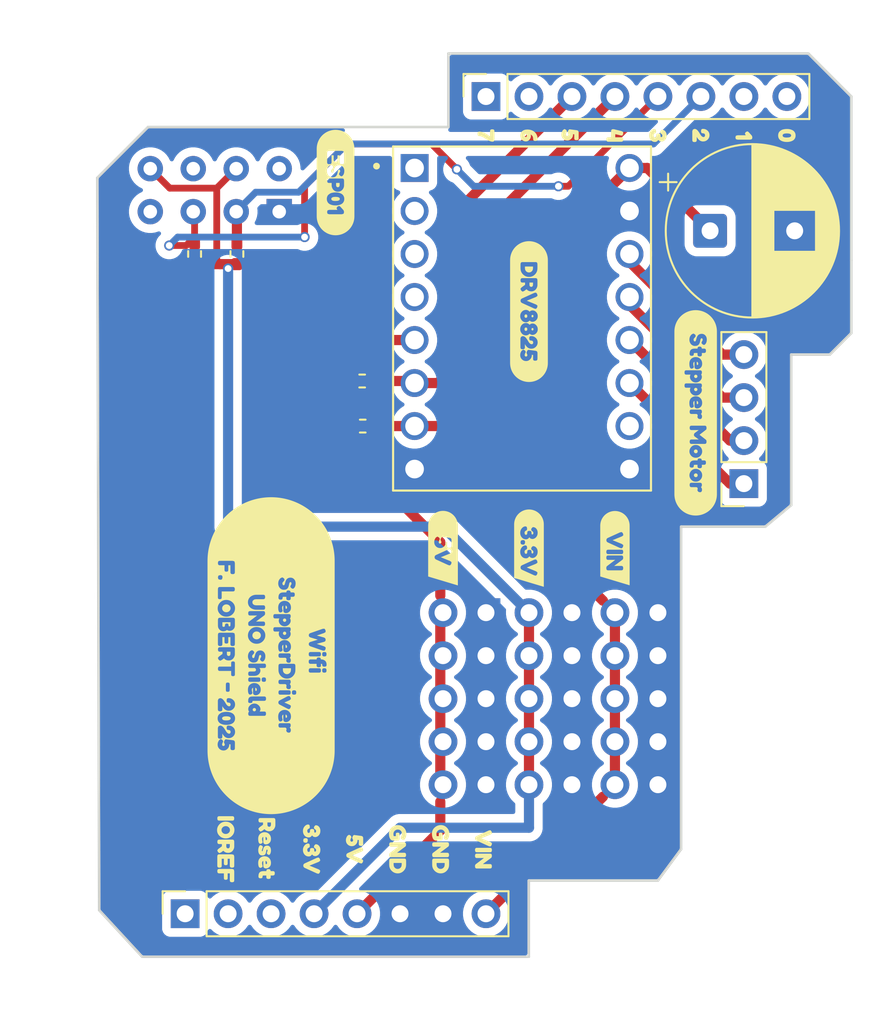
<source format=kicad_pcb>
(kicad_pcb (version 20241229) (generator "pcbnew") (generator_version "9.0")
  (title_block (date "mar. 31 mars 2015") (comment 4 "AISLER Project ID: EIFTEYHG"))
  (layers (0 "F.Cu" signal) (2 "B.Cu" signal) (13 "F.Paste" user) (15 "B.Paste" user) (5 "F.SilkS" user "F.Silkscreen") (7 "B.SilkS" user "B.Silkscreen") (1 "F.Mask" user) (3 "B.Mask" user) (25 "Edge.Cuts" user))
  (net 0 "")
  (net 1 "GND")
  (net 3 "+5V")
  (net 4 "/IOREF")
  (net 5 "/7")
  (net 6 "/4")
  (net 7 "/2")
  (net 8 "/*6")
  (net 9 "/*5")
  (net 10 "/TX{slash}1")
  (net 11 "/*3")
  (net 12 "/RX{slash}0")
  (net 13 "+3V3")
  (net 14 "VCC")
  (net 15 "/~{RESET}")
  (net 19 "Net-(J5-Pin_1)")
  (net 20 "Net-(J5-Pin_4)")
  (net 21 "Net-(J5-Pin_3)")
  (net 22 "Net-(J5-Pin_2)")
  (footprint "Connector_PinSocket_2.54mm:PinSocket_1x08_P2.54mm_Vertical" (layer "F.Cu") (at 127.94 97.46 90)
    (property "Reference" "J1" (hide yes))
    (property "Value" "Power")
    (pad "1" thru_hole rect (at 0 0 90) (size 1.7 1.7) (drill 1) (layers "*.Cu" "*.Mask"))
    (pad "2" thru_hole oval (at 0 2.54 90) (size 1.7 1.7) (drill 1) (layers "*.Cu" "*.Mask") (net 4 "/IOREF"))
    (pad "3" thru_hole oval (at 0 5.08 90) (size 1.7 1.7) (drill 1) (layers "*.Cu" "*.Mask") (net 15 "/~{RESET}"))
    (pad "4" thru_hole oval (at 0 7.62 90) (size 1.7 1.7) (drill 1) (layers "*.Cu" "*.Mask") (net 13 "+3V3"))
    (pad "5" thru_hole oval (at 0 10.16 90) (size 1.7 1.7) (drill 1) (layers "*.Cu" "*.Mask") (net 3 "+5V"))
    (pad "6" thru_hole oval (at 0 12.7 90) (size 1.7 1.7) (drill 1) (layers "*.Cu" "*.Mask") (net 1 "GND"))
    (pad "7" thru_hole oval (at 0 15.24 90) (size 1.7 1.7) (drill 1) (layers "*.Cu" "*.Mask") (net 1 "GND"))
    (pad "8" thru_hole oval (at 0 17.78 90) (size 1.7 1.7) (drill 1) (layers "*.Cu" "*.Mask") (net 14 "VCC"))
  )
  (footprint "Connector_PinSocket_2.54mm:PinSocket_1x08_P2.54mm_Vertical" (layer "F.Cu") (at 145.72 49.2 90)
    (property "Reference" "J4" (hide yes))
    (property "Value" "Digital/PWM")
    (pad "1" thru_hole rect (at 0 0 90) (size 1.7 1.7) (drill 1) (layers "*.Cu" "*.Mask") (net 5 "/7"))
    (pad "2" thru_hole oval (at 0 2.54 90) (size 1.7 1.7) (drill 1) (layers "*.Cu" "*.Mask") (net 8 "/*6"))
    (pad "3" thru_hole oval (at 0 5.08 90) (size 1.7 1.7) (drill 1) (layers "*.Cu" "*.Mask") (net 9 "/*5"))
    (pad "4" thru_hole oval (at 0 7.62 90) (size 1.7 1.7) (drill 1) (layers "*.Cu" "*.Mask") (net 6 "/4"))
    (pad "5" thru_hole oval (at 0 10.16 90) (size 1.7 1.7) (drill 1) (layers "*.Cu" "*.Mask") (net 11 "/*3"))
    (pad "6" thru_hole oval (at 0 12.7 90) (size 1.7 1.7) (drill 1) (layers "*.Cu" "*.Mask") (net 7 "/2"))
    (pad "7" thru_hole oval (at 0 15.24 90) (size 1.7 1.7) (drill 1) (layers "*.Cu" "*.Mask") (net 10 "/TX{slash}1"))
    (pad "8" thru_hole oval (at 0 17.78 90) (size 1.7 1.7) (drill 1) (layers "*.Cu" "*.Mask") (net 12 "/RX{slash}0"))
  )
  (footprint "kibuzzard-683C1411" (layer "F.Cu") (at 148.26 75.87 -90)
    (property "Reference" "kibuzzard-683C1411" (hide yes))
    (property "Value" "G***" (hide yes))
  )
  (footprint "kibuzzard-683C11A6" (layer "F.Cu") (at 148.26 51.5 -90)
    (property "Reference" "kibuzzard-683C11A6" (hide yes))
    (property "Value" "G***" (hide yes))
  )
  (footprint "lib:IC_DRV8825_STEPPER_MOTOR_DRIVER_CARRIER" (layer "F.Cu") (at 147.85 62.31)
    (property "Reference" "U2" (hide yes))
    (property "Value" "DRV8825_STEPPER_MOTOR_DRIVER_CARRIER" (hide yes))
    (pad "1" thru_hole rect (at -6.35 -8.89) (size 1.65 1.65) (drill 1.1) (layers "*.Cu" "*.Mask"))
    (pad "2" thru_hole circle (at -6.35 -6.35) (size 1.65 1.65) (drill 1.1) (layers "*.Cu" "*.Mask"))
    (pad "3" thru_hole circle (at -6.35 -3.81) (size 1.65 1.65) (drill 1.1) (layers "*.Cu" "*.Mask"))
    (pad "4" thru_hole circle (at -6.35 -1.27) (size 1.65 1.65) (drill 1.1) (layers "*.Cu" "*.Mask"))
    (pad "5" thru_hole circle (at -6.35 1.27) (size 1.65 1.65) (drill 1.1) (layers "*.Cu" "*.Mask") (net 3 "+5V"))
    (pad "6" thru_hole circle (at -6.35 3.81) (size 1.65 1.65) (drill 1.1) (layers "*.Cu" "*.Mask") (net 9 "/*5"))
    (pad "7" thru_hole circle (at -6.35 6.35) (size 1.65 1.65) (drill 1.1) (layers "*.Cu" "*.Mask") (net 6 "/4"))
    (pad "8" thru_hole circle (at -6.35 8.89) (size 1.65 1.65) (drill 1.1) (layers "*.Cu" "*.Mask") (net 1 "GND"))
    (pad "9" thru_hole circle (at 6.35 8.89) (size 1.65 1.65) (drill 1.1) (layers "*.Cu" "*.Mask") (net 1 "GND"))
    (pad "10" thru_hole circle (at 6.35 6.35) (size 1.65 1.65) (drill 1.1) (layers "*.Cu" "*.Mask"))
    (pad "11" thru_hole circle (at 6.35 3.81) (size 1.65 1.65) (drill 1.1) (layers "*.Cu" "*.Mask") (net 19 "Net-(J5-Pin_1)"))
    (pad "12" thru_hole circle (at 6.35 1.27) (size 1.65 1.65) (drill 1.1) (layers "*.Cu" "*.Mask") (net 22 "Net-(J5-Pin_2)"))
    (pad "13" thru_hole circle (at 6.35 -1.27) (size 1.65 1.65) (drill 1.1) (layers "*.Cu" "*.Mask") (net 21 "Net-(J5-Pin_3)"))
    (pad "14" thru_hole circle (at 6.35 -3.81) (size 1.65 1.65) (drill 1.1) (layers "*.Cu" "*.Mask") (net 20 "Net-(J5-Pin_4)"))
    (pad "15" thru_hole circle (at 6.35 -6.35) (size 1.65 1.65) (drill 1.1) (layers "*.Cu" "*.Mask") (net 1 "GND"))
    (pad "16" thru_hole circle (at 6.35 -8.89) (size 1.65 1.65) (drill 1.1) (layers "*.Cu" "*.Mask") (net 14 "VCC"))
  )
  (footprint "kibuzzard-683C1752" (layer "F.Cu") (at 143.04 93.65 -90)
    (property "Reference" "kibuzzard-683C1752" (hide yes))
    (property "Value" "G***" (hide yes))
  )
  (footprint "lib:PinSocket_2x05_P2.54mm_Vertical_aquario" (layer "F.Cu") (at 145.72 79.68)
    (property "Reference" "J3" (hide yes))
    (property "Value" "Conn_02x05_Odd_Even" (hide yes))
    (pad "1" thru_hole rect (at 0 0) (size 1.7 1.7) (drill 1) (layers "*.Cu" "*.Mask") (net 1 "GND"))
    (pad "2" thru_hole circle (at -2.54 0) (size 1.7 1.7) (drill 1) (layers "*.Cu" "*.Mask") (net 3 "+5V"))
    (pad "3" thru_hole circle (at 0 2.54) (size 1.7 1.7) (drill 1) (layers "*.Cu" "*.Mask") (net 1 "GND"))
    (pad "4" thru_hole circle (at -2.54 2.54) (size 1.7 1.7) (drill 1) (layers "*.Cu" "*.Mask") (net 3 "+5V"))
    (pad "5" thru_hole circle (at 0 5.08) (size 1.7 1.7) (drill 1) (layers "*.Cu" "*.Mask") (net 1 "GND"))
    (pad "6" thru_hole circle (at -2.54 5.08) (size 1.7 1.7) (drill 1) (layers "*.Cu" "*.Mask") (net 3 "+5V"))
    (pad "7" thru_hole circle (at 0 7.62) (size 1.7 1.7) (drill 1) (layers "*.Cu" "*.Mask") (net 1 "GND"))
    (pad "8" thru_hole circle (at -2.54 7.62) (size 1.7 1.7) (drill 1) (layers "*.Cu" "*.Mask") (net 3 "+5V"))
    (pad "9" thru_hole circle (at 0 10.16) (size 1.7 1.7) (drill 1) (layers "*.Cu" "*.Mask") (net 1 "GND"))
    (pad "10" thru_hole circle (at -2.54 10.16) (size 1.7 1.7) (drill 1) (layers "*.Cu" "*.Mask") (net 3 "+5V"))
  )
  (footprint "Resistor_SMD:R_0402_1005Metric_Pad0.72x0.64mm_HandSolder" (layer "F.Cu") (at 131 58.5 90)
    (property "Reference" "R2" (hide yes))
    (property "Value" "10K")
    (pad "1" smd roundrect (at -0.5975 0 90) (size 0.715 0.64) (layers "F.Cu" "F.Mask" "F.Paste") (net 13 "+3V3"))
    (pad "2" smd roundrect (at 0.5975 0 90) (size 0.715 0.64) (layers "F.Cu" "F.Mask" "F.Paste") (net 7 "/2"))
  )
  (footprint "lib:PinSocket_2x05_P2.54mm_Vertical_aquario" (layer "F.Cu") (at 150.8 79.68)
    (property "Reference" "J6" (hide yes))
    (property "Value" "Conn_02x05_Odd_Even" (hide yes))
    (pad "1" thru_hole rect (at 0 0) (size 1.7 1.7) (drill 1) (layers "*.Cu" "*.Mask") (net 1 "GND"))
    (pad "2" thru_hole circle (at -2.54 0) (size 1.7 1.7) (drill 1) (layers "*.Cu" "*.Mask") (net 13 "+3V3"))
    (pad "3" thru_hole circle (at 0 2.54) (size 1.7 1.7) (drill 1) (layers "*.Cu" "*.Mask") (net 1 "GND"))
    (pad "4" thru_hole circle (at -2.54 2.54) (size 1.7 1.7) (drill 1) (layers "*.Cu" "*.Mask") (net 13 "+3V3"))
    (pad "5" thru_hole circle (at 0 5.08) (size 1.7 1.7) (drill 1) (layers "*.Cu" "*.Mask") (net 1 "GND"))
    (pad "6" thru_hole circle (at -2.54 5.08) (size 1.7 1.7) (drill 1) (layers "*.Cu" "*.Mask") (net 13 "+3V3"))
    (pad "7" thru_hole circle (at 0 7.62) (size 1.7 1.7) (drill 1) (layers "*.Cu" "*.Mask") (net 1 "GND"))
    (pad "8" thru_hole circle (at -2.54 7.62) (size 1.7 1.7) (drill 1) (layers "*.Cu" "*.Mask") (net 13 "+3V3"))
    (pad "9" thru_hole circle (at 0 10.16) (size 1.7 1.7) (drill 1) (layers "*.Cu" "*.Mask") (net 1 "GND"))
    (pad "10" thru_hole circle (at -2.54 10.16) (size 1.7 1.7) (drill 1) (layers "*.Cu" "*.Mask") (net 13 "+3V3"))
  )
  (footprint "kibuzzard-683C1466" (layer "F.Cu") (at 153.34 75.87 -90)
    (property "Reference" "kibuzzard-683C1466" (hide yes))
    (property "Value" "G***" (hide yes))
  )
  (footprint "kibuzzard-683C11A0" (layer "F.Cu") (at 150.685248 51.457567 -90)
    (property "Reference" "kibuzzard-683C11A0" (hide yes))
    (property "Value" "G***" (hide yes))
  )
  (footprint "Resistor_SMD:R_0402_1005Metric_Pad0.72x0.64mm_HandSolder" (layer "F.Cu") (at 138.436075 68.661774)
    (property "Reference" "R3" (hide yes))
    (property "Value" "10K")
    (pad "1" smd roundrect (at -0.5975 0) (size 0.715 0.64) (layers "F.Cu" "F.Mask" "F.Paste") (net 3 "+5V"))
    (pad "2" smd roundrect (at 0.5975 0) (size 0.715 0.64) (layers "F.Cu" "F.Mask" "F.Paste") (net 6 "/4"))
  )
  (footprint "kibuzzard-683C1194" (layer "F.Cu") (at 158.42 51.5 -90)
    (property "Reference" "kibuzzard-683C1194" (hide yes))
    (property "Value" "G***" (hide yes))
  )
  (footprint "kibuzzard-683C584C" (layer "F.Cu") (at 133.02 82.22 -90)
    (property "Reference" "kibuzzard-683C584C" (hide yes))
    (property "Value" "G***" (hide yes))
  )
  (footprint "kibuzzard-683C1774" (layer "F.Cu") (at 130.34 93.65 -90)
    (property "Reference" "kibuzzard-683C1774" (hide yes))
    (property "Value" "G***" (hide yes))
  )
  (footprint "Resistor_SMD:R_0402_1005Metric_Pad0.72x0.64mm_HandSolder" (layer "F.Cu") (at 128.5 58.5 90)
    (property "Reference" "R1" (hide yes))
    (property "Value" "10K")
    (pad "1" smd roundrect (at -0.5975 0 90) (size 0.715 0.64) (layers "F.Cu" "F.Mask" "F.Paste") (net 13 "+3V3"))
    (pad "2" smd roundrect (at 0.5975 0 90) (size 0.715 0.64) (layers "F.Cu" "F.Mask" "F.Paste") (net 11 "/*3"))
  )
  (footprint "Connector_PinSocket_2.54mm:PinSocket_1x04_P2.54mm_Vertical" (layer "F.Cu") (at 160.96 72.06 180)
    (property "Reference" "J5" (hide yes))
    (property "Value" "StepperMotor" (hide yes))
    (pad "1" thru_hole rect (at 0 0 180) (size 1.7 1.7) (drill 1) (layers "*.Cu" "*.Mask") (net 19 "Net-(J5-Pin_1)"))
    (pad "2" thru_hole circle (at 0 2.54 180) (size 1.7 1.7) (drill 1) (layers "*.Cu" "*.Mask") (net 22 "Net-(J5-Pin_2)"))
    (pad "3" thru_hole circle (at 0 5.08 180) (size 1.7 1.7) (drill 1) (layers "*.Cu" "*.Mask") (net 21 "Net-(J5-Pin_3)"))
    (pad "4" thru_hole circle (at 0 7.62 180) (size 1.7 1.7) (drill 1) (layers "*.Cu" "*.Mask") (net 20 "Net-(J5-Pin_4)"))
  )
  (footprint "kibuzzard-683C175D" (layer "F.Cu") (at 137.96 93.65 -90)
    (property "Reference" "kibuzzard-683C175D" (hide yes))
    (property "Value" "G***" (hide yes))
  )
  (footprint "lib:XCVR_ESP8266-01_ESP-01" (layer "F.Cu") (at 129.69 64.31 180)
    (property "Reference" "U1" (hide yes))
    (property "Value" "ESP8266-01/ESP-01" (hide yes))
    (pad "1" thru_hole rect (at -3.81 8.31 180) (size 1.5 1.5) (drill 0.8) (layers "*.Cu" "*.Mask") (net 1 "GND"))
    (pad "2" thru_hole circle (at -1.27 8.31 180) (size 1.5 1.5) (drill 0.8) (layers "*.Cu" "*.Mask") (net 7 "/2"))
    (pad "3" thru_hole circle (at 1.27 8.31 180) (size 1.5 1.5) (drill 0.8) (layers "*.Cu" "*.Mask") (net 11 "/*3"))
    (pad "4" thru_hole circle (at 3.81 8.31 180) (size 1.5 1.5) (drill 0.8) (layers "*.Cu" "*.Mask"))
    (pad "5" thru_hole circle (at -3.81 10.85 180) (size 1.5 1.5) (drill 0.8) (layers "*.Cu" "*.Mask"))
    (pad "6" thru_hole circle (at -1.27 10.85 180) (size 1.5 1.5) (drill 0.8) (layers "*.Cu" "*.Mask") (net 13 "+3V3"))
    (pad "7" thru_hole circle (at 1.27 10.85 180) (size 1.5 1.5) (drill 0.8) (layers "*.Cu" "*.Mask"))
    (pad "8" thru_hole circle (at 3.81 10.85 180) (size 1.5 1.5) (drill 0.8) (layers "*.Cu" "*.Mask") (net 13 "+3V3"))
  )
  (footprint "kibuzzard-683C11DA" (layer "F.Cu") (at 136.83 54.28 -90)
    (property "Reference" "kibuzzard-683C11DA" (hide yes))
    (property "Value" "G***" (hide yes))
  )
  (footprint "kibuzzard-683C174A" (layer "F.Cu") (at 145.58 93.65 -90)
    (property "Reference" "kibuzzard-683C174A" (hide yes))
    (property "Value" "G***" (hide yes))
  )
  (footprint "kibuzzard-683C176E" (layer "F.Cu") (at 132.765248 93.607567 -90)
    (property "Reference" "kibuzzard-683C176E" (hide yes))
    (property "Value" "G***" (hide yes))
  )
  (footprint "kibuzzard-683C119A" (layer "F.Cu") (at 155.88 51.5 -90)
    (property "Reference" "kibuzzard-683C119A" (hide yes))
    (property "Value" "G***" (hide yes))
  )
  (footprint "kibuzzard-683C11D2" (layer "F.Cu") (at 148.26 61.9 -90)
    (property "Reference" "kibuzzard-683C11D2" (hide yes))
    (property "Value" "G***" (hide yes))
  )
  (footprint "lib:PinSocket_2x05_P2.54mm_Vertical_aquario" (layer "F.Cu") (at 155.88 79.68)
    (property "Reference" "J2" (hide yes))
    (property "Value" "Conn_02x05_Odd_Even" (hide yes))
    (pad "1" thru_hole rect (at 0 0) (size 1.7 1.7) (drill 1) (layers "*.Cu" "*.Mask") (net 1 "GND"))
    (pad "2" thru_hole circle (at -2.54 0) (size 1.7 1.7) (drill 1) (layers "*.Cu" "*.Mask") (net 14 "VCC"))
    (pad "3" thru_hole circle (at 0 2.54) (size 1.7 1.7) (drill 1) (layers "*.Cu" "*.Mask") (net 1 "GND"))
    (pad "4" thru_hole circle (at -2.54 2.54) (size 1.7 1.7) (drill 1) (layers "*.Cu" "*.Mask") (net 14 "VCC"))
    (pad "5" thru_hole circle (at 0 5.08) (size 1.7 1.7) (drill 1) (layers "*.Cu" "*.Mask") (net 1 "GND"))
    (pad "6" thru_hole circle (at -2.54 5.08) (size 1.7 1.7) (drill 1) (layers "*.Cu" "*.Mask") (net 14 "VCC"))
    (pad "7" thru_hole circle (at 0 7.62) (size 1.7 1.7) (drill 1) (layers "*.Cu" "*.Mask") (net 1 "GND"))
    (pad "8" thru_hole circle (at -2.54 7.62) (size 1.7 1.7) (drill 1) (layers "*.Cu" "*.Mask") (net 14 "VCC"))
    (pad "9" thru_hole circle (at 0 10.16) (size 1.7 1.7) (drill 1) (layers "*.Cu" "*.Mask") (net 1 "GND"))
    (pad "10" thru_hole circle (at -2.54 10.16) (size 1.7 1.7) (drill 1) (layers "*.Cu" "*.Mask") (net 14 "VCC"))
  )
  (footprint "kibuzzard-683C11C1" (layer "F.Cu") (at 158.11 67.88 -90)
    (property "Reference" "kibuzzard-683C11C1" (hide yes))
    (property "Value" "G***" (hide yes))
  )
  (footprint "kibuzzard-683C1190" (layer "F.Cu") (at 160.96 51.5 -90)
    (property "Reference" "kibuzzard-683C1190" (hide yes))
    (property "Value" "G***" (hide yes))
  )
  (footprint "Resistor_SMD:R_0402_1005Metric_Pad0.72x0.64mm_HandSolder" (layer "F.Cu") (at 138.4025 66)
    (property "Reference" "R4" (hide yes))
    (property "Value" "10K")
    (pad "1" smd roundrect (at -0.5975 0) (size 0.715 0.64) (layers "F.Cu" "F.Mask" "F.Paste") (net 3 "+5V"))
    (pad "2" smd roundrect (at 0.5975 0) (size 0.715 0.64) (layers "F.Cu" "F.Mask" "F.Paste") (net 9 "/*5"))
  )
  (footprint "kibuzzard-683C11AA" (layer "F.Cu") (at 145.72 51.5 -90)
    (property "Reference" "kibuzzard-683C11AA" (hide yes))
    (property "Value" "G***" (hide yes))
  )
  (footprint "kibuzzard-683C117F" (layer "F.Cu") (at 163.5 51.5 -90)
    (property "Reference" "kibuzzard-683C117F" (hide yes))
    (property "Value" "G***" (hide yes))
  )
  (footprint "kibuzzard-683C145E" (layer "F.Cu") (at 143.18 75.87 -90)
    (property "Reference" "kibuzzard-683C145E" (hide yes))
    (property "Value" "G***" (hide yes))
  )
  (footprint "kibuzzard-683C1766" (layer "F.Cu") (at 135.42 93.65 -90)
    (property "Reference" "kibuzzard-683C1766" (hide yes))
    (property "Value" "G***" (hide yes))
  )
  (footprint "kibuzzard-683C119D" (layer "F.Cu") (at 153.34 51.5 -90)
    (property "Reference" "kibuzzard-683C119D" (hide yes))
    (property "Value" "G***" (hide yes))
  )
  (footprint "Capacitor_THT:CP_Radial_D10.0mm_P5.00mm" (layer "F.Cu") (at 158.962323 57.13)
    (property "Reference" "C1" (hide yes))
    (property "Value" "C_Polarized")
    (pad "1" thru_hole roundrect (at 0 0) (size 2 2) (drill 1) (layers "*.Cu" "*.Mask") (roundrect_rratio 0.125) (net 14 "VCC"))
    (pad "2" thru_hole circle (at 5 0) (size 2 2) (drill 1) (layers "*.Cu" "*.Mask") (net 1 "GND"))
  )
  (footprint "kibuzzard-683C1756" (layer "F.Cu") (at 140.5 93.65 -90)
    (property "Reference" "kibuzzard-683C1756" (hide yes))
    (property "Value" "G***" (hide yes))
  )
  (gr_line (start 167.31 63.17) (end 166.04 64.44) (stroke (width 0.15)) (layer "Edge.Cuts"))
  (gr_line (start 122.86 97.25) (end 122.75 54) (stroke (width 0.15)) (layer "Edge.Cuts"))
  (gr_line (start 125.4 100) (end 122.86 97.25) (stroke (width 0.15)) (layer "Edge.Cuts"))
  (gr_line (start 157.25 74.6) (end 162.23 74.6) (stroke (width 0.15)) (layer "Edge.Cuts"))
  (gr_line (start 163.757088 64.44) (end 163.757088 73.33) (stroke (width 0.15)) (layer "Edge.Cuts"))
  (gr_line (start 148.25 100) (end 125.4 100) (stroke (width 0.15)) (layer "Edge.Cuts"))
  (gr_line (start 166.04 64.44) (end 163.757088 64.44) (stroke (width 0.15)) (layer "Edge.Cuts"))
  (gr_line (start 148.25 95.5) (end 148.25 100) (stroke (width 0.15)) (layer "Edge.Cuts"))
  (gr_line (start 143.5 46.66) (end 164.77 46.66) (stroke (width 0.15)) (layer "Edge.Cuts"))
  (gr_line (start 157.25 93.65) (end 155.88 95.5) (stroke (width 0.15)) (layer "Edge.Cuts"))
  (gr_line (start 167.31 58.867504) (end 167.31 63.17) (stroke (width 0.15)) (layer "Edge.Cuts"))
  (gr_line (start 143.5 46.66) (end 143.5 51) (stroke (width 0.15)) (layer "Edge.Cuts"))
  (gr_line (start 164.77 46.66) (end 167.31 49.2) (stroke (width 0.15)) (layer "Edge.Cuts"))
  (gr_line (start 157.25 74.6) (end 157.25 93.65) (stroke (width 0.15)) (layer "Edge.Cuts"))
  (gr_line (start 155.88 95.5) (end 148.25 95.5) (stroke (width 0.15)) (layer "Edge.Cuts"))
  (gr_line (start 143.5 51) (end 125.75 51) (stroke (width 0.15)) (layer "Edge.Cuts"))
  (gr_line (start 163.757088 73.33) (end 162.23 74.6) (stroke (width 0.15)) (layer "Edge.Cuts"))
  (gr_line (start 167.31 49.2) (end 167.31 58.867504) (stroke (width 0.15)) (layer "Edge.Cuts"))
  (gr_line (start 125.75 51) (end 122.75 54) (stroke (width 0.15)) (layer "Edge.Cuts"))
  (segment (start 155.88 79.68) (end 155.88 89.84) (width 0.6) (layer "B.Cu") (net 1))
  (segment (start 145.56 79.68) (end 145.56 89.84) (width 0.6) (layer "B.Cu") (net 1))
  (segment (start 150.8 79.68) (end 150.8 89.84) (width 0.6) (layer "B.Cu") (net 1))
  (segment (start 143.02 92.54) (end 143.02 90.841) (width 0.6) (layer "F.Cu") (net 3))
  (segment (start 137.805 65.195) (end 137.805 66) (width 0.6) (layer "F.Cu") (net 3))
  (segment (start 139.42 63.58) (end 137.805 65.195) (width 0.6) (layer "F.Cu") (net 3))
  (segment (start 137.805 70.305) (end 143.02 75.52) (width 0.6) (layer "F.Cu") (net 3))
  (segment (start 143.02 75.52) (end 143.02 78.679) (width 0.6) (layer "F.Cu") (net 3))
  (segment (start 137.805 66) (end 137.805 70.305) (width 0.6) (layer "F.Cu") (net 3))
  (segment (start 138.1 97.46) (end 143.02 92.54) (width 0.6) (layer "F.Cu") (net 3))
  (segment (start 143.02 79.68) (end 143.02 89.84) (width 0.6) (layers "F.Cu" "F.Mask") (net 3))
  (segment (start 141.5 63.58) (end 139.42 63.58) (width 0.6) (layer "F.Cu") (net 3))
  (segment (start 144.5 58.04) (end 153.34 49.2) (width 0.6) (layer "F.Cu") (net 6))
  (segment (start 144.5 68) (end 144.5 58.04) (width 0.6) (layer "F.Cu") (net 6))
  (segment (start 139.033575 68.661774) (end 141.498226 68.661774) (width 0.6) (layer "F.Cu") (net 6))
  (segment (start 141.5 68.66) (end 143.84 68.66) (width 0.6) (layer "F.Cu") (net 6))
  (segment (start 143.84 68.66) (end 144.5 68) (width 0.6) (layer "F.Cu") (net 6))
  (segment (start 141.498226 68.661774) (end 141.5 68.66) (width 0.6) (layer "F.Cu") (net 6))
  (segment (start 131 57.9025) (end 131 56.04) (width 0.6) (layer "F.Cu") (net 7))
  (segment (start 131 56.04) (end 130.96 56) (width 0.6) (layer "F.Cu") (net 7))
  (segment (start 137.5 52) (end 155.62 52) (width 0.4) (layer "B.Cu") (net 7))
  (segment (start 134.651 54.849) (end 137.5 52) (width 0.4) (layer "B.Cu") (net 7))
  (segment (start 155.62 52) (end 158.42 49.2) (width 0.4) (layer "B.Cu") (net 7))
  (segment (start 132.111 54.849) (end 134.651 54.849) (width 0.4) (layer "B.Cu") (net 7))
  (segment (start 130.96 56) (end 132.111 54.849) (width 0.4) (layer "B.Cu") (net 7))
  (segment (start 141.38 66) (end 141.5 66.12) (width 0.6) (layer "F.Cu") (net 9))
  (segment (start 143.5 65.5) (end 143.5 56.5) (width 0.6) (layer "F.Cu") (net 9))
  (segment (start 141.5 66.12) (end 142.88 66.12) (width 0.6) (layer "F.Cu") (net 9))
  (segment (start 142.88 66.12) (end 143.5 65.5) (width 0.6) (layer "F.Cu") (net 9))
  (segment (start 143.5 56.5) (end 150.8 49.2) (width 0.6) (layer "F.Cu") (net 9))
  (segment (start 139 66) (end 141.38 66) (width 0.6) (layer "F.Cu") (net 9))
  (segment (start 128.5 57.5) (end 128.5 56.08) (width 0.4) (layer "F.Cu") (net 11))
  (segment (start 155.88 49.2) (end 150.58 54.5) (width 0.4) (layer "F.Cu") (net 11))
  (segment (start 128.5 57.9025) (end 128.5 57.5) (width 0.4) (layer "F.Cu") (net 11))
  (segment (start 128.5 56.08) (end 128.42 56) (width 0.4) (layer "F.Cu") (net 11))
  (segment (start 128.42 57.8225) (end 128.5 57.9025) (width 0.4) (layer "F.Cu") (net 11))
  (segment (start 137.5 52) (end 135 54.5) (width 0.4) (layer "F.Cu") (net 11))
  (segment (start 150.58 54.5) (end 150 54.5) (width 0.4) (layer "F.Cu") (net 11))
  (segment (start 142.5 52) (end 137.5 52) (width 0.4) (layer "F.Cu") (net 11))
  (segment (start 127 58) (end 128 58) (width 0.4) (layer "F.Cu") (net 11))
  (segment (start 144 53.5) (end 142.5 52) (width 0.4) (layer "F.Cu") (net 11))
  (segment (start 135 54.5) (end 135 57.5) (width 0.4) (layer "F.Cu") (net 11))
  (segment (start 128 58) (end 128.5 57.5) (width 0.4) (layer "F.Cu") (net 11))
  (via (at 144 53.5) (size 0.6) (drill 0.4) (layers "F.Cu" "B.Cu") (net 11))
  (via (at 127 58) (size 0.6) (drill 0.4) (layers "F.Cu" "B.Cu") (net 11))
  (via (at 135 57.5) (size 0.6) (drill 0.4) (layers "F.Cu" "B.Cu") (net 11))
  (via (at 150 54.5) (size 0.6) (drill 0.4) (layers "F.Cu" "B.Cu") (net 11))
  (segment (start 135 57.5) (end 127.5 57.5) (width 0.4) (layer "B.Cu") (net 11))
  (segment (start 150 54.5) (end 145 54.5) (width 0.4) (layer "B.Cu") (net 11))
  (segment (start 127.5 57.5) (end 127 58) (width 0.4) (layer "B.Cu") (net 11))
  (segment (start 145 54.5) (end 144 53.5) (width 0.4) (layer "B.Cu") (net 11))
  (segment (start 130 59.0975) (end 128.5 59.0975) (width 0.6) (layer "F.Cu") (net 13))
  (segment (start 125.88 53.46) (end 127.031 54.611) (width 0.4) (layer "F.Cu") (net 13))
  (segment (start 127.031 54.611) (end 129.809 54.611) (width 0.4) (layer "F.Cu") (net 13))
  (segment (start 129.809 58.9065) (end 130 59.0975) (width 0.4) (layer "F.Cu") (net 13))
  (segment (start 131 59.0975) (end 131.5975 59.0975) (width 0.6) (layer "F.Cu") (net 13))
  (segment (start 131 59.0975) (end 130 59.0975) (width 0.6) (layer "F.Cu") (net 13))
  (segment (start 129.809 54.611) (end 129.809 58.9065) (width 0.4) (layer "F.Cu") (net 13))
  (segment (start 148.26 79.68) (end 148.26 89.84) (width 0.6) (layers "F.Cu" "F.Mask") (net 13))
  (segment (start 129.809 54.611) (end 130.96 53.46) (width 0.4) (layer "F.Cu") (net 13))
  (via (at 130.48 59.36) (size 0.6) (drill 0.4) (layers "F.Cu" "B.Cu") (net 13))
  (segment (start 130.48 74.6) (end 130.48 59.36) (width 0.6) (layer "B.Cu") (net 13))
  (segment (start 140.64 92.38) (end 148.26 92.38) (width 0.6) (layer "B.Cu") (net 13))
  (segment (start 148.26 92.38) (end 148.26 89.84) (width 0.6) (layer "B.Cu") (net 13))
  (segment (start 148.26 79.68) (end 143.18 74.6) (width 0.6) (layer "B.Cu") (net 13))
  (segment (start 143.18 74.6) (end 130.48 74.6) (width 0.6) (layer "B.Cu") (net 13))
  (segment (start 135.56 97.46) (end 140.64 92.38) (width 0.6) (layer "B.Cu") (net 13))
  (segment (start 145.72 97.46) (end 152.632186 90.547814) (width 0.6) (layer "F.Cu") (net 14))
  (segment (start 148.26 74.6) (end 152.632186 78.972186) (width 0.6) (layer "F.Cu") (net 14))
  (segment (start 153.34 79.68) (end 153.34 89.84) (width 0.6) (layers "F.Cu" "F.Mask") (net 14))
  (segment (start 154.2 53.42) (end 148.26 59.36) (width 0.6) (layer "F.Cu") (net 14))
  (segment (start 155.252323 53.42) (end 158.962323 57.13) (width 0.6) (layer "F.Cu") (net 14))
  (segment (start 154.2 53.42) (end 155.252323 53.42) (width 0.6) (layer "F.Cu") (net 14))
  (segment (start 148.26 59.36) (end 148.26 74.6) (width 0.6) (layer "F.Cu") (net 14))
  (segment (start 154.2 66.12) (end 160.14 72.06) (width 0.6) (layer "F.Cu") (net 19))
  (segment (start 160.14 72.06) (end 160.96 72.06) (width 0.6) (layer "F.Cu") (net 19))
  (segment (start 154.2 58.952786) (end 159.687214 64.44) (width 0.6) (layer "F.Cu") (net 20))
  (segment (start 159.687214 64.44) (end 160.96 64.44) (width 0.6) (layer "F.Cu") (net 20))
  (segment (start 154.2 58.5) (end 154.2 58.952786) (width 0.6) (layer "F.Cu") (net 20))
  (segment (start 159.687214 66.98) (end 160.96 66.98) (width 0.6) (layer "F.Cu") (net 21))
  (segment (start 154.2 61.492786) (end 159.687214 66.98) (width 0.6) (layer "F.Cu") (net 21))
  (segment (start 154.2 61.04) (end 154.2 61.492786) (width 0.6) (layer "F.Cu") (net 21))
  (segment (start 160.14 69.52) (end 160.96 69.52) (width 0.6) (layer "F.Cu") (net 22))
  (segment (start 154.2 63.58) (end 160.14 69.52) (width 0.6) (layer "F.Cu") (net 22))
  (zone (net 1) (net_name "GND") (layer "B.Cu") (connect_pads yes (clearance 0.508)) (min_thickness 0.25) (fill yes (thermal_gap 0.5) (thermal_bridge_width 0.5))
    (polygon (pts (xy 117 43.5) (xy 169.5 43.5) (xy 169.5 104) (xy 117 104)))
  )
)
</source>
